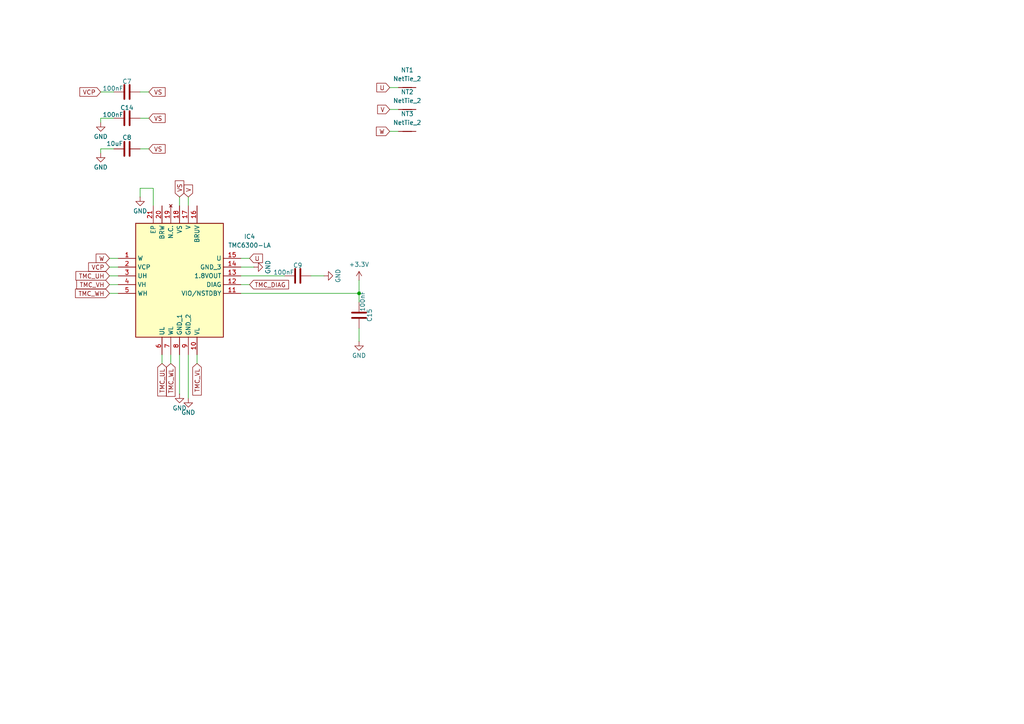
<source format=kicad_sch>
(kicad_sch (version 20231120) (generator "eeschema") (generator_version "8.0")
  (paper "A4")
  (lib_symbols
    (symbol "Device:C" (pin_numbers hide) (pin_names (offset 0.254))
      (property "Reference" "C" (at 0.635 2.54 0))
      (property "Value" "C" (at 0.635 -2.54 0))
      (symbol "C_0_1"
        (polyline (pts (xy -2.032 -0.762) (xy 2.032 -0.762)) (stroke (width 0.508)))
        (polyline (pts (xy -2.032 0.762) (xy 2.032 0.762)) (stroke (width 0.508)))
      )
      (symbol "C_1_1"
        (pin passive line (at 0 3.81 270) (length 2.794) (name "~") (number "1"))
        (pin passive line (at 0 -3.81 90) (length 2.794) (name "~") (number "2"))
      )
    )
    (symbol "Device:NetTie_2" (pin_numbers hide) (pin_names (offset 0) hide) (in_bom no)
      (property "Reference" "NT" (at 0 1.27 0))
      (property "Value" "NetTie_2" (at 0 -1.27 0))
      (symbol "NetTie_2_0_1"
        (polyline (pts (xy -1.27 0) (xy 1.27 0)) (stroke (width 0.254)))
      )
      (symbol "NetTie_2_1_1"
        (pin passive line (at -2.54 0 0) (length 2.54) (name "1") (number "1"))
        (pin passive line (at 2.54 0 180) (length 2.54) (name "2") (number "2"))
      )
    )
    (symbol "SamacSys_Parts:TMC6300-LA"
      (property "Reference" "IC" (at 31.75 15.24 0))
      (property "Value" "TMC6300-LA" (at 31.75 12.7 0))
      (symbol "TMC6300-LA_1_1"
        (rectangle (start 5.08 10.16) (end 30.48 -22.86) (stroke (width 0.254)) (fill (type background)))
        (pin passive line (at 0 0 0) (length 5.08) (name "W") (number "1"))
        (pin passive line (at 22.86 -27.94 90) (length 5.08) (name "VL") (number "10"))
        (pin passive line (at 35.56 -10.16 180) (length 5.08) (name "VIO/NSTDBY") (number "11"))
        (pin passive line (at 35.56 -7.62 180) (length 5.08) (name "DIAG") (number "12"))
        (pin passive line (at 35.56 -5.08 180) (length 5.08) (name "1.8VOUT") (number "13"))
        (pin passive line (at 35.56 -2.54 180) (length 5.08) (name "GND_3") (number "14"))
        (pin passive line (at 35.56 0 180) (length 5.08) (name "U") (number "15"))
        (pin passive line (at 22.86 15.24 270) (length 5.08) (name "BRUV") (number "16"))
        (pin passive line (at 20.32 15.24 270) (length 5.08) (name "V") (number "17"))
        (pin passive line (at 17.78 15.24 270) (length 5.08) (name "VS") (number "18"))
        (pin no_connect line (at 15.24 15.24 270) (length 5.08) (name "N.C.") (number "19"))
        (pin passive line (at 0 -2.54 0) (length 5.08) (name "VCP") (number "2"))
        (pin passive line (at 12.7 15.24 270) (length 5.08) (name "BRW") (number "20"))
        (pin passive line (at 10.16 15.24 270) (length 5.08) (name "EP") (number "21"))
        (pin passive line (at 0 -5.08 0) (length 5.08) (name "UH") (number "3"))
        (pin passive line (at 0 -7.62 0) (length 5.08) (name "VH") (number "4"))
        (pin passive line (at 0 -10.16 0) (length 5.08) (name "WH") (number "5"))
        (pin passive line (at 12.7 -27.94 90) (length 5.08) (name "UL") (number "6"))
        (pin passive line (at 15.24 -27.94 90) (length 5.08) (name "WL") (number "7"))
        (pin passive line (at 17.78 -27.94 90) (length 5.08) (name "GND_1") (number "8"))
        (pin passive line (at 20.32 -27.94 90) (length 5.08) (name "GND_2") (number "9"))
      )
    )
    (symbol "power:+3.3V" (power) (pin_numbers hide) (pin_names (offset 0) hide)
      (property "Value" "+3.3V" (at 0 3.556 0))
      (symbol "+3.3V_0_1"
        (polyline (pts (xy -0.762 1.27) (xy 0 2.54)))
        (polyline (pts (xy 0 0) (xy 0 2.54)))
        (polyline (pts (xy 0 2.54) (xy 0.762 1.27)))
      )
      (symbol "+3.3V_1_1"
        (pin power_in line (at 0 0 90) (length 0) (name "~") (number "1"))
      )
    )
    (symbol "power:GND" (power) (pin_numbers hide) (pin_names (offset 0) hide)
      (property "Value" "GND" (at 0 -3.81 0))
      (symbol "GND_0_1"
        (polyline (pts (xy 0 0) (xy 0 -1.27) (xy 1.27 -1.27) (xy 0 -2.54) (xy -1.27 -1.27) (xy 0 -1.27)))
      )
      (symbol "GND_1_1"
        (pin power_in line (at 0 0 270) (length 0) (name "~") (number "1"))
      )
    )
  )
  (junction (at 104.14 85.09))
  (wire (pts (xy 113.03 31.75) (xy 115.57 31.75)))
  (wire (pts (xy 113.03 38.1) (xy 115.57 38.1)))
  (wire (pts (xy 29.21 35.56) (xy 29.21 34.29)))
  (wire (pts (xy 72.39 82.55) (xy 69.85 82.55)))
  (wire (pts (xy 44.45 54.61) (xy 44.45 59.69)))
  (wire (pts (xy 113.03 25.4) (xy 115.57 25.4)))
  (wire (pts (xy 72.39 74.93) (xy 69.85 74.93)))
  (wire (pts (xy 52.07 59.69) (xy 52.07 57.15)))
  (wire (pts (xy 69.85 77.47) (xy 73.66 77.47)))
  (wire (pts (xy 31.75 85.09) (xy 34.29 85.09)))
  (wire (pts (xy 40.64 54.61) (xy 44.45 54.61)))
  (wire (pts (xy 52.07 114.3) (xy 52.07 102.87)))
  (wire (pts (xy 69.85 85.09) (xy 104.14 85.09)))
  (wire (pts (xy 104.14 95.25) (xy 104.14 99.06)))
  (wire (pts (xy 29.21 43.18) (xy 33.02 43.18)))
  (wire (pts (xy 69.85 80.01) (xy 82.55 80.01)))
  (wire (pts (xy 104.14 85.09) (xy 104.14 87.63)))
  (wire (pts (xy 29.21 34.29) (xy 33.02 34.29)))
  (wire (pts (xy 29.21 26.67) (xy 33.02 26.67)))
  (wire (pts (xy 31.75 77.47) (xy 34.29 77.47)))
  (wire (pts (xy 57.15 105.41) (xy 57.15 102.87)))
  (wire (pts (xy 40.64 43.18) (xy 43.18 43.18)))
  (wire (pts (xy 46.99 105.41) (xy 46.99 102.87)))
  (wire (pts (xy 49.53 105.41) (xy 49.53 102.87)))
  (wire (pts (xy 43.18 26.67) (xy 40.64 26.67)))
  (wire (pts (xy 54.61 115.57) (xy 54.61 102.87)))
  (wire (pts (xy 31.75 82.55) (xy 34.29 82.55)))
  (wire (pts (xy 40.64 57.15) (xy 40.64 54.61)))
  (wire (pts (xy 31.75 74.93) (xy 34.29 74.93)))
  (wire (pts (xy 93.98 80.01) (xy 90.17 80.01)))
  (wire (pts (xy 29.21 44.45) (xy 29.21 43.18)))
  (wire (pts (xy 31.75 80.01) (xy 34.29 80.01)))
  (wire (pts (xy 104.14 85.09) (xy 104.14 81.28)))
  (wire (pts (xy 43.18 34.29) (xy 40.64 34.29)))
  (wire (pts (xy 54.61 57.15) (xy 54.61 59.69)))
  (global_label "TMC_DIAG" (shape input) (at 72.39 82.55 0) (property "Intersheetrefs" "${INTERSHEET_REFS}" (effects (hide yes))))
  (global_label "V" (shape input) (at 113.03 31.75 180) (property "Intersheetrefs" "${INTERSHEET_REFS}" (effects (hide yes))))
  (global_label "TMC_UL" (shape input) (at 46.99 105.41 270) (property "Intersheetrefs" "${INTERSHEET_REFS}" (effects (hide yes))))
  (global_label "W" (shape input) (at 113.03 38.1 180) (property "Intersheetrefs" "${INTERSHEET_REFS}" (effects (hide yes))))
  (global_label "TMC_UH" (shape input) (at 31.75 80.01 180) (property "Intersheetrefs" "${INTERSHEET_REFS}" (effects (hide yes))))
  (global_label "VS" (shape input) (at 43.18 26.67 0) (property "Intersheetrefs" "${INTERSHEET_REFS}" (effects (hide yes))))
  (global_label "U" (shape input) (at 72.39 74.93 0) (property "Intersheetrefs" "${INTERSHEET_REFS}" (effects (hide yes))))
  (global_label "TMC_WL" (shape input) (at 49.53 105.41 270) (property "Intersheetrefs" "${INTERSHEET_REFS}" (effects (hide yes))))
  (global_label "W" (shape input) (at 31.75 74.93 180) (property "Intersheetrefs" "${INTERSHEET_REFS}" (effects (hide yes))))
  (global_label "TMC_WH" (shape input) (at 31.75 85.09 180) (property "Intersheetrefs" "${INTERSHEET_REFS}" (effects (hide yes))))
  (global_label "VS" (shape input) (at 43.18 34.29 0) (property "Intersheetrefs" "${INTERSHEET_REFS}" (effects (hide yes))))
  (global_label "U" (shape input) (at 113.03 25.4 180) (property "Intersheetrefs" "${INTERSHEET_REFS}" (effects (hide yes))))
  (global_label "VS" (shape input) (at 52.07 57.15 90) (property "Intersheetrefs" "${INTERSHEET_REFS}" (effects (hide yes))))
  (global_label "V" (shape input) (at 54.61 57.15 90) (property "Intersheetrefs" "${INTERSHEET_REFS}" (effects (hide yes))))
  (global_label "VCP" (shape input) (at 31.75 77.47 180) (property "Intersheetrefs" "${INTERSHEET_REFS}" (effects (hide yes))))
  (global_label "TMC_VH" (shape input) (at 31.75 82.55 180) (property "Intersheetrefs" "${INTERSHEET_REFS}" (effects (hide yes))))
  (global_label "TMC_VL" (shape input) (at 57.15 105.41 270) (property "Intersheetrefs" "${INTERSHEET_REFS}" (effects (hide yes))))
  (global_label "VCP" (shape input) (at 29.21 26.67 180) (property "Intersheetrefs" "${INTERSHEET_REFS}" (effects (hide yes))))
  (global_label "VS" (shape input) (at 43.18 43.18 0) (property "Intersheetrefs" "${INTERSHEET_REFS}" (effects (hide yes))))
  (symbol (lib_id "power:GND") (at 54.61 115.57 0) (unit 1)
    (property "Reference" "#PWR083" (effects (hide yes)))
    (property "Value" "GND" (at 54.61 119.634 0))
    (property "Description" "Power symbol creates a global label with name \"GND\" , ground" (effects (hide yes)))
  )
  (symbol (lib_id "Device:C") (at 36.83 43.18 270) (unit 1)
    (property "Reference" "C8" (at 36.83 39.878 90))
    (property "Value" "10uF" (at 33.274 41.656 90))
    (property "Footprint" "Capacitor_SMD:C_0603_1608Metric" (effects (hide yes)))
    (property "Description" "Unpolarized capacitor" (effects (hide yes)))
  )
  (symbol (lib_id "power:GND") (at 29.21 44.45 0) (unit 1)
    (property "Reference" "#PWR079" (effects (hide yes)))
    (property "Value" "GND" (at 29.21 48.514 0))
    (property "Description" "Power symbol creates a global label with name \"GND\" , ground" (effects (hide yes)))
  )
  (symbol (lib_id "Device:C") (at 86.36 80.01 270) (unit 1)
    (property "Reference" "C9" (at 86.36 76.962 90))
    (property "Value" "100nF" (at 82.296 78.994 90))
    (property "Footprint" "Capacitor_SMD:C_0603_1608Metric" (effects (hide yes)))
    (property "Description" "Unpolarized capacitor" (effects (hide yes)))
  )
  (symbol (lib_id "power:GND") (at 93.98 80.01 90) (unit 1)
    (property "Reference" "#PWR072" (effects (hide yes)))
    (property "Value" "GND" (at 98.044 80.01 0))
    (property "Description" "Power symbol creates a global label with name \"GND\" , ground" (effects (hide yes)))
  )
  (symbol (lib_id "Device:C") (at 36.83 34.29 270) (unit 1)
    (property "Reference" "C14" (at 36.83 31.242 90))
    (property "Value" "100nF" (at 32.766 33.274 90))
    (property "Footprint" "Capacitor_SMD:C_0603_1608Metric" (effects (hide yes)))
    (property "Description" "Unpolarized capacitor" (effects (hide yes)))
  )
  (symbol (lib_id "Device:NetTie_2") (at 118.11 25.4 0) (unit 1) (in_bom no)
    (property "Reference" "NT1" (at 118.11 20.32 0))
    (property "Value" "NetTie_2" (at 118.11 22.86 0))
    (property "Footprint" "NetTie_Custom:NetTie-2_SMD_Pad0.25mm" (effects (hide yes)))
    (property "Description" "Net tie, 2 pins" (effects (hide yes)))
  )
  (symbol (lib_id "Device:C") (at 104.14 91.44 180) (unit 1)
    (property "Reference" "C15" (at 107.188 91.44 90))
    (property "Value" "100nF" (at 105.156 87.376 90))
    (property "Footprint" "Capacitor_SMD:C_0603_1608Metric" (effects (hide yes)))
    (property "Description" "Unpolarized capacitor" (effects (hide yes)))
  )
  (symbol (lib_id "SamacSys_Parts:TMC6300-LA") (at 34.29 74.93 0) (unit 1)
    (property "Reference" "IC4" (at 72.39 68.6114 0))
    (property "Value" "TMC6300-LA" (at 72.39 71.1514 0))
    (property "Footprint" "SamacSys_Parts:QFN40P300X300X90-21N" (effects (hide yes)))
    (property "Datasheet" "https://www.analog.com/TMC6300/datasheet" (effects (hide yes)))
    (property "Description" "Highly Efficient Low Voltage, Zero Standby Current Driver for 3-Phase BLDC/PMSM Motors up to 2A peak, Triple Half-Bridge with separate HS and LS control signals" (effects (hide yes)))
    (property "Height" "0.9" (effects (hide yes)))
    (property "Mouser Part Number" "700-TMC6300-LA" (effects (hide yes)))
    (property "Mouser Price/Stock" "https://www.mouser.co.uk/ProductDetail/ADI-Trinamic/TMC6300-LA?qs=QNEnbhJQKvYIagO3WUG%252BYg%3D%3D" (effects (hide yes)))
    (property "Manufacturer_Name" "Analog Devices" (effects (hide yes)))
    (property "Manufacturer_Part_Number" "TMC6300-LA" (effects (hide yes)))
  )
  (symbol (lib_id "Device:NetTie_2") (at 118.11 38.1 0) (unit 1) (in_bom no)
    (property "Reference" "NT3" (at 118.11 33.02 0))
    (property "Value" "NetTie_2" (at 118.11 35.56 0))
    (property "Footprint" "NetTie_Custom:NetTie-2_SMD_Pad0.25mm" (effects (hide yes)))
    (property "Description" "Net tie, 2 pins" (effects (hide yes)))
  )
  (symbol (lib_id "power:GND") (at 52.07 114.3 0) (unit 1)
    (property "Reference" "#PWR082" (effects (hide yes)))
    (property "Value" "GND" (at 52.07 118.364 0))
    (property "Description" "Power symbol creates a global label with name \"GND\" , ground" (effects (hide yes)))
  )
  (symbol (lib_id "Device:NetTie_2") (at 118.11 31.75 0) (unit 1) (in_bom no)
    (property "Reference" "NT2" (at 118.11 26.67 0))
    (property "Value" "NetTie_2" (at 118.11 29.21 0))
    (property "Footprint" "NetTie_Custom:NetTie-2_SMD_Pad0.25mm" (effects (hide yes)))
    (property "Description" "Net tie, 2 pins" (effects (hide yes)))
  )
  (symbol (lib_id "Device:C") (at 36.83 26.67 270) (unit 1)
    (property "Reference" "C7" (at 36.83 23.622 90))
    (property "Value" "100nF" (at 32.766 25.654 90))
    (property "Footprint" "Capacitor_SMD:C_0603_1608Metric" (effects (hide yes)))
    (property "Description" "Unpolarized capacitor" (effects (hide yes)))
  )
  (symbol (lib_id "power:GND") (at 73.66 77.47 90) (unit 1)
    (property "Reference" "#PWR085" (effects (hide yes)))
    (property "Value" "GND" (at 77.724 77.47 0))
    (property "Description" "Power symbol creates a global label with name \"GND\" , ground" (effects (hide yes)))
  )
  (symbol (lib_id "power:+3.3V") (at 104.14 81.28 0) (unit 1)
    (property "Reference" "#PWR080" (effects (hide yes)))
    (property "Value" "+3.3V" (at 104.14 76.708 0))
    (property "Description" "Power symbol creates a global label with name \"+3.3V\"" (effects (hide yes)))
  )
  (symbol (lib_id "power:GND") (at 40.64 57.15 0) (unit 1)
    (property "Reference" "#PWR084" (effects (hide yes)))
    (property "Value" "GND" (at 40.64 61.214 0))
    (property "Description" "Power symbol creates a global label with name \"GND\" , ground" (effects (hide yes)))
  )
  (symbol (lib_id "power:GND") (at 29.21 35.56 0) (unit 1)
    (property "Reference" "#PWR078" (effects (hide yes)))
    (property "Value" "GND" (at 29.21 39.624 0))
    (property "Description" "Power symbol creates a global label with name \"GND\" , ground" (effects (hide yes)))
  )
  (symbol (lib_id "power:GND") (at 104.14 99.06 0) (unit 1)
    (property "Reference" "#PWR081" (effects (hide yes)))
    (property "Value" "GND" (at 104.14 103.124 0))
    (property "Description" "Power symbol creates a global label with name \"GND\" , ground" (effects (hide yes)))
  )
)
</source>
